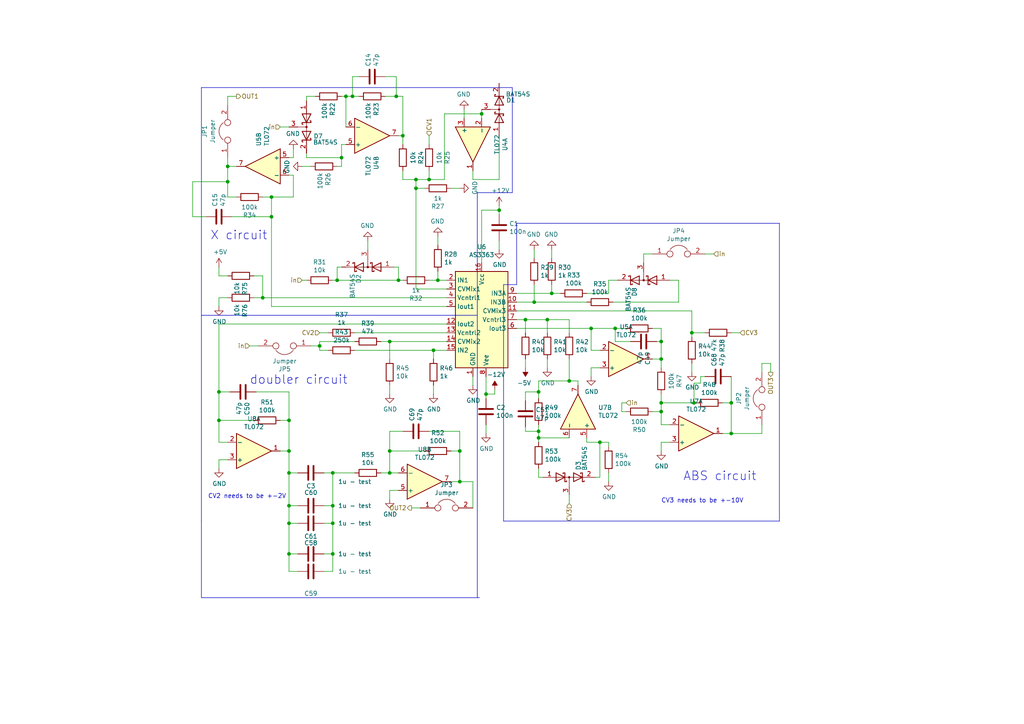
<source format=kicad_sch>
(kicad_sch (version 20231120) (generator "eeschema") (generator_version "8.0")
  (paper "A4")
  (lib_symbols
    (symbol "Amplifier_Operational:TL072" (pin_names (offset 0.127))
      (property "Reference" "U" (at 0 5.08 0))
      (property "Value" "TL072" (at 0 -5.08 0))
      (symbol "TL072_1_1"
        (polyline (pts (xy -5.08 5.08) (xy 5.08 0) (xy -5.08 -5.08) (xy -5.08 5.08)) (stroke (width 0.254)) (fill (type background)))
        (pin output line (at 7.62 0 180) (length 2.54) (name "~") (number "1"))
        (pin input line (at -7.62 -2.54 0) (length 2.54) (name "-") (number "2"))
        (pin input line (at -7.62 2.54 0) (length 2.54) (name "+") (number "3"))
      )
      (symbol "TL072_2_1"
        (polyline (pts (xy -5.08 5.08) (xy 5.08 0) (xy -5.08 -5.08) (xy -5.08 5.08)) (stroke (width 0.254)) (fill (type background)))
        (pin input line (at -7.62 2.54 0) (length 2.54) (name "+") (number "5"))
        (pin input line (at -7.62 -2.54 0) (length 2.54) (name "-") (number "6"))
        (pin output line (at 7.62 0 180) (length 2.54) (name "~") (number "7"))
      )
      (symbol "TL072_3_1"
        (pin power_in line (at -2.54 -7.62 90) (length 3.81) (name "V-") (number "4"))
        (pin power_in line (at -2.54 7.62 270) (length 3.81) (name "V+") (number "8"))
      )
    )
    (symbol "Device:C" (pin_numbers hide) (pin_names (offset 0.254))
      (property "Reference" "C" (at 0.635 2.54 0))
      (property "Value" "C" (at 0.635 -2.54 0))
      (symbol "C_0_1"
        (polyline (pts (xy -2.032 -0.762) (xy 2.032 -0.762)) (stroke (width 0.508)))
        (polyline (pts (xy -2.032 0.762) (xy 2.032 0.762)) (stroke (width 0.508)))
      )
      (symbol "C_1_1"
        (pin passive line (at 0 3.81 270) (length 2.794) (name "~") (number "1"))
        (pin passive line (at 0 -3.81 90) (length 2.794) (name "~") (number "2"))
      )
    )
    (symbol "Device:D_Schottky_Dual_Series_AKC" (pin_names (offset 0.762) hide)
      (property "Reference" "D" (at 1.27 -2.54 0))
      (property "Value" "D_Schottky_Dual_Series_AKC" (at 0 2.54 0))
      (symbol "D_Schottky_Dual_Series_AKC_0_1"
        (polyline (pts (xy -3.81 0) (xy 3.81 0)))
        (polyline (pts (xy 0 0) (xy 0 -2.54)))
        (polyline (pts (xy 6.35 0) (xy 7.62 0)))
        (polyline (pts (xy -1.27 -1.27) (xy -1.27 1.27) (xy -1.27 1.27)) (stroke (width 0.254)))
        (polyline (pts (xy 3.81 1.27) (xy 3.81 -1.27) (xy 3.81 -1.27)) (stroke (width 0.254)))
        (polyline (pts (xy -1.27 -1.27) (xy -0.762 -1.27) (xy -0.762 -1.016) (xy -0.762 -1.016)) (stroke (width 0.254)))
        (polyline (pts (xy 3.81 -1.27) (xy 4.318 -1.27) (xy 4.318 -1.016) (xy 4.318 -1.016)) (stroke (width 0.254)))
        (polyline (pts (xy 3.81 1.27) (xy 3.302 1.27) (xy 3.302 1.016) (xy 3.302 1.016)) (stroke (width 0.254)))
        (polyline (pts (xy -1.778 1.016) (xy -1.778 1.27) (xy -1.27 1.27) (xy -1.27 1.27) (xy -1.27 1.27)) (stroke (width 0.254)))
        (polyline (pts (xy -3.81 1.27) (xy -1.27 0) (xy -3.81 -1.27) (xy -3.81 1.27) (xy -3.81 1.27) (xy -3.81 1.27)) (stroke (width 0.254)))
        (polyline (pts (xy 1.27 1.27) (xy 3.81 0) (xy 1.27 -1.27) (xy 1.27 1.27) (xy 1.27 1.27) (xy 1.27 1.27)) (stroke (width 0.254)))
        (circle (center 0 0) (radius 0.254) (fill (type outline)))
        (pin passive line (at -7.62 0 0) (length 3.81) (name "A") (number "1"))
        (pin passive line (at 7.62 0 180) (length 3.81) (name "K") (number "2"))
        (pin passive line (at 0 -5.08 90) (length 2.54) (name "common") (number "3"))
      )
    )
    (symbol "Device:R" (pin_numbers hide) (pin_names (offset 0))
      (property "Reference" "R" (at 2.032 0 90))
      (property "Value" "R" (at 0 0 90))
      (symbol "R_0_1"
        (rectangle (start -1.016 -2.54) (end 1.016 2.54) (stroke (width 0.254)))
      )
      (symbol "R_1_1"
        (pin passive line (at 0 3.81 270) (length 1.27) (name "~") (number "1"))
        (pin passive line (at 0 -3.81 90) (length 1.27) (name "~") (number "2"))
      )
    )
    (symbol "custom_ICs:AS3363"
      (property "Reference" "U" (at -7.62 13.97 0))
      (property "Value" "AS3363" (at -7.62 -16.51 0))
      (symbol "AS3363_1_0"
        (pin power_in line (at -2.54 -17.78 90) (length 2.54) (name "GND") (number "1"))
        (pin power_in line (at 0 15.24 270) (length 2.54) (name "Vcc") (number "16"))
        (pin input line (at -10.16 10.16 0) (length 2.54) (name "IN1") (number "2"))
        (pin input line (at -10.16 7.62 0) (length 2.54) (name "CVMix1") (number "3"))
        (pin input line (at -10.16 5.08 0) (length 2.54) (name "Vcntrl1") (number "4"))
        (pin output line (at -10.16 2.54 0) (length 2.54) (name "Iout1") (number "5"))
      )
      (symbol "AS3363_1_1"
        (rectangle (start -7.62 12.7) (end 7.62 -15.24) (stroke (width 0.254)) (fill (type background)))
        (pin input line (at 10.16 3.81 180) (length 2.54) (name "IN3B") (number "10"))
        (pin input line (at 10.16 1.27 180) (length 2.54) (name "CVMix3") (number "11"))
        (pin output line (at -10.16 -2.54 0) (length 2.54) (name "Iout2") (number "12"))
        (pin input line (at -10.16 -5.08 0) (length 2.54) (name "Vcntrl2") (number "13"))
        (pin input line (at -10.16 -7.62 0) (length 2.54) (name "CVMix2") (number "14"))
        (pin input line (at -10.16 -10.16 0) (length 2.54) (name "IN2") (number "15"))
        (pin output line (at 10.16 -3.81 180) (length 2.54) (name "Iout3") (number "6"))
        (pin input line (at 10.16 -1.27 180) (length 2.54) (name "Vcntrl3") (number "7"))
        (pin power_in line (at 1.27 -17.78 90) (length 2.54) (name "Vee") (number "8"))
        (pin input line (at 10.16 6.35 180) (length 2.54) (name "IN3A") (number "9"))
      )
    )
    (symbol "power:+12V" (power) (pin_names (offset 0))
      (property "Value" "+12V" (at 0 3.556 0))
      (symbol "+12V_0_1"
        (polyline (pts (xy -0.762 1.27) (xy 0 2.54)))
        (polyline (pts (xy 0 0) (xy 0 2.54)))
        (polyline (pts (xy 0 2.54) (xy 0.762 1.27)))
      )
      (symbol "+12V_1_1"
        (pin power_in line (at 0 0 90) (length 0) hide (name "+12V") (number "1"))
      )
    )
    (symbol "power:+5V" (power) (pin_names (offset 0))
      (property "Value" "+5V" (at 0 3.556 0))
      (symbol "+5V_0_1"
        (polyline (pts (xy -0.762 1.27) (xy 0 2.54)))
        (polyline (pts (xy 0 0) (xy 0 2.54)))
        (polyline (pts (xy 0 2.54) (xy 0.762 1.27)))
      )
      (symbol "+5V_1_1"
        (pin power_in line (at 0 0 90) (length 0) hide (name "+5V") (number "1"))
      )
    )
    (symbol "power:-12V" (power) (pin_names (offset 0))
      (property "Value" "-12V" (at 0 3.81 0))
      (symbol "-12V_0_0"
        (pin power_in line (at 0 0 90) (length 0) hide (name "-12V") (number "1"))
      )
      (symbol "-12V_0_1"
        (polyline (pts (xy 0 0) (xy 0 1.27) (xy 0.762 1.27) (xy 0 2.54) (xy -0.762 1.27) (xy 0 1.27)) (fill (type outline)))
      )
    )
    (symbol "power:-5V" (power) (pin_names (offset 0))
      (property "Value" "-5V" (at 0 3.81 0))
      (symbol "-5V_0_0"
        (pin power_in line (at 0 0 90) (length 0) hide (name "-5V") (number "1"))
      )
      (symbol "-5V_0_1"
        (polyline (pts (xy 0 0) (xy 0 1.27) (xy 0.762 1.27) (xy 0 2.54) (xy -0.762 1.27) (xy 0 1.27)) (fill (type outline)))
      )
    )
    (symbol "power:GND" (power) (pin_names (offset 0))
      (property "Value" "GND" (at 0 -3.81 0))
      (symbol "GND_0_1"
        (polyline (pts (xy 0 0) (xy 0 -1.27) (xy 1.27 -1.27) (xy 0 -2.54) (xy -1.27 -1.27) (xy 0 -1.27)))
      )
      (symbol "GND_1_1"
        (pin power_in line (at 0 0 270) (length 0) hide (name "GND") (number "1"))
      )
    )
    (symbol "waveshaper_Marcin-rescue:Jumper-Device" (pin_names (offset 0.762) hide)
      (property "Reference" "JP" (at 0 3.81 0))
      (property "Value" "Jumper-Device" (at 0 -2.032 0))
      (symbol "Jumper-Device_0_1"
        (circle (center -2.54 0) (radius 0.889))
        (arc (start 2.5146 1.27) (mid 0.0078 2.5097) (end -2.4892 1.27))
        (circle (center 2.54 0) (radius 0.889))
        (pin passive line (at -7.62 0 0) (length 4.191) (name "1") (number "1"))
        (pin passive line (at 7.62 0 180) (length 4.191) (name "2") (number "2"))
      )
    )
  )
  (junction (at 100.33 27.94))
  (junction (at 124.46 52.07))
  (junction (at 113.03 99.06))
  (junction (at 191.77 99.06))
  (junction (at 152.4 92.71))
  (junction (at 120.65 54.61))
  (junction (at 78.74 57.15))
  (junction (at 139.7 33.02))
  (junction (at 158.75 92.71))
  (junction (at 83.82 160.655))
  (junction (at 212.09 116.84))
  (junction (at 156.21 127))
  (junction (at 66.04 52.705))
  (junction (at 96.52 146.685))
  (junction (at 83.82 151.765))
  (junction (at 115.57 81.28))
  (junction (at 156.21 125.095))
  (junction (at 63.5 121.92))
  (junction (at 92.71 100.33))
  (junction (at 212.09 125.73))
  (junction (at 83.82 130.81))
  (junction (at 133.35 130.81))
  (junction (at 165.1 110.49))
  (junction (at 178.435 95.25))
  (junction (at 76.2 86.36))
  (junction (at 156.21 113.665))
  (junction (at 127 81.28))
  (junction (at 114.935 27.94))
  (junction (at 83.82 146.685))
  (junction (at 113.03 137.16))
  (junction (at 97.79 81.28))
  (junction (at 99.06 45.72))
  (junction (at 63.5 113.665))
  (junction (at 116.84 39.37))
  (junction (at 83.82 137.16))
  (junction (at 160.02 85.09))
  (junction (at 191.77 104.14))
  (junction (at 191.77 116.84))
  (junction (at 191.77 119.38))
  (junction (at 83.82 121.92))
  (junction (at 200.66 96.52))
  (junction (at 144.78 60.96))
  (junction (at 102.235 27.94))
  (junction (at 78.74 62.865))
  (junction (at 96.52 137.16))
  (junction (at 96.52 160.655))
  (junction (at 66.04 48.26))
  (junction (at 113.03 130.81))
  (junction (at 173.99 128.27))
  (junction (at 201.295 116.84))
  (junction (at 133.35 139.7))
  (junction (at 171.45 95.25))
  (junction (at 125.73 101.6))
  (junction (at 154.94 87.63))
  (junction (at 140.97 114.3))
  (junction (at 96.52 151.765))
  (junction (at 120.65 52.07))
  (wire (pts (xy 204.47 109.22) (xy 203.2 109.22)))
  (wire (pts (xy 120.65 54.61) (xy 120.65 52.07)))
  (polyline (pts (xy 138.43 173.355) (xy 139.065 173.355)))
  (wire (pts (xy 152.4 125.095) (xy 156.21 125.095)))
  (wire (pts (xy 196.85 81.28) (xy 196.85 87.63)))
  (wire (pts (xy 63.5 86.36) (xy 66.04 86.36)))
  (wire (pts (xy 63.5 77.47) (xy 63.5 80.01)))
  (wire (pts (xy 66.04 27.94) (xy 66.04 30.48)))
  (wire (pts (xy 114.3 77.47) (xy 115.57 77.47)))
  (wire (pts (xy 55.88 62.865) (xy 55.88 52.705)))
  (wire (pts (xy 99.06 41.91) (xy 100.33 41.91)))
  (wire (pts (xy 152.4 116.205) (xy 152.4 113.665)))
  (wire (pts (xy 220.98 125.73) (xy 212.09 125.73)))
  (wire (pts (xy 133.35 125.095) (xy 133.35 130.81)))
  (wire (pts (xy 114.935 22.225) (xy 114.935 27.94)))
  (wire (pts (xy 191.77 106.68) (xy 191.77 104.14)))
  (wire (pts (xy 167.64 111.76) (xy 167.64 110.49)))
  (wire (pts (xy 156.21 127) (xy 156.21 128.27)))
  (wire (pts (xy 139.7 31.75) (xy 139.7 33.02)))
  (wire (pts (xy 134.62 31.75) (xy 134.62 34.29)))
  (wire (pts (xy 97.79 81.28) (xy 115.57 81.28)))
  (wire (pts (xy 120.65 83.82) (xy 120.65 54.61)))
  (wire (pts (xy 96.52 151.765) (xy 96.52 160.655)))
  (wire (pts (xy 124.46 125.095) (xy 133.35 125.095)))
  (wire (pts (xy 209.55 116.84) (xy 212.09 116.84)))
  (wire (pts (xy 212.09 116.84) (xy 212.09 125.73)))
  (wire (pts (xy 92.71 99.06) (xy 102.87 99.06)))
  (wire (pts (xy 156.21 123.19) (xy 156.21 125.095)))
  (wire (pts (xy 165.1 104.14) (xy 165.1 110.49)))
  (wire (pts (xy 140.97 125.73) (xy 140.97 123.19)))
  (wire (pts (xy 191.77 95.25) (xy 191.77 99.06)))
  (wire (pts (xy 127 81.28) (xy 129.54 81.28)))
  (wire (pts (xy 158.75 92.71) (xy 165.1 92.71)))
  (wire (pts (xy 125.73 114.3) (xy 125.73 111.76)))
  (wire (pts (xy 180.34 116.84) (xy 181.61 116.84)))
  (wire (pts (xy 66.04 52.705) (xy 66.04 48.26)))
  (wire (pts (xy 149.86 85.09) (xy 160.02 85.09)))
  (wire (pts (xy 178.435 95.25) (xy 181.61 95.25)))
  (wire (pts (xy 176.53 139.7) (xy 176.53 137.16)))
  (wire (pts (xy 191.77 119.38) (xy 191.77 116.84)))
  (polyline (pts (xy 148.59 55.88) (xy 138.43 55.88)))
  (wire (pts (xy 83.82 130.81) (xy 81.28 130.81)))
  (wire (pts (xy 96.52 81.28) (xy 97.79 81.28)))
  (wire (pts (xy 113.03 130.81) (xy 123.19 130.81)))
  (wire (pts (xy 200.66 96.52) (xy 200.66 90.17)))
  (wire (pts (xy 189.23 119.38) (xy 191.77 119.38)))
  (wire (pts (xy 156.21 115.57) (xy 156.21 113.665)))
  (wire (pts (xy 120.65 52.07) (xy 124.46 52.07)))
  (wire (pts (xy 76.2 86.36) (xy 73.66 86.36)))
  (wire (pts (xy 194.31 81.28) (xy 196.85 81.28)))
  (wire (pts (xy 139.7 33.02) (xy 128.905 33.02)))
  (wire (pts (xy 144.78 60.96) (xy 144.78 62.23)))
  (wire (pts (xy 116.84 41.91) (xy 116.84 39.37)))
  (wire (pts (xy 212.09 125.73) (xy 209.55 125.73)))
  (wire (pts (xy 96.52 137.16) (xy 102.87 137.16)))
  (polyline (pts (xy 226.06 64.77) (xy 149.86 64.77)))
  (wire (pts (xy 63.5 93.98) (xy 63.5 113.665)))
  (wire (pts (xy 104.14 27.94) (xy 102.235 27.94)))
  (polyline (pts (xy 146.05 151.13) (xy 226.06 151.13)))
  (wire (pts (xy 158.75 96.52) (xy 158.75 92.71)))
  (wire (pts (xy 133.35 130.81) (xy 133.35 139.7)))
  (wire (pts (xy 165.1 96.52) (xy 165.1 92.71)))
  (wire (pts (xy 186.69 73.66) (xy 186.69 76.2)))
  (wire (pts (xy 100.33 27.94) (xy 99.06 27.94)))
  (wire (pts (xy 191.77 104.14) (xy 189.23 104.14)))
  (wire (pts (xy 179.07 81.28) (xy 176.53 81.28)))
  (wire (pts (xy 137.16 147.32) (xy 137.16 139.7)))
  (polyline (pts (xy 58.42 151.13) (xy 58.42 173.355)))
  (wire (pts (xy 152.4 106.68) (xy 152.4 104.14)))
  (wire (pts (xy 130.81 130.81) (xy 133.35 130.81)))
  (wire (pts (xy 113.03 125.095) (xy 113.03 130.81)))
  (wire (pts (xy 92.71 100.33) (xy 92.71 99.06)))
  (wire (pts (xy 154.94 82.55) (xy 154.94 87.63)))
  (wire (pts (xy 93.98 165.735) (xy 96.52 165.735)))
  (wire (pts (xy 128.905 33.02) (xy 128.905 52.07)))
  (wire (pts (xy 116.84 52.07) (xy 116.84 49.53)))
  (wire (pts (xy 204.47 96.52) (xy 200.66 96.52)))
  (wire (pts (xy 170.18 85.09) (xy 176.53 85.09)))
  (wire (pts (xy 156.21 113.665) (xy 156.21 110.49)))
  (wire (pts (xy 171.45 95.25) (xy 178.435 95.25)))
  (polyline (pts (xy 58.42 25.4) (xy 148.59 25.4)))
  (wire (pts (xy 137.16 52.07) (xy 144.78 52.07)))
  (wire (pts (xy 115.57 137.16) (xy 113.03 137.16)))
  (wire (pts (xy 171.45 106.68) (xy 173.99 106.68)))
  (wire (pts (xy 88.9 44.45) (xy 88.9 45.72)))
  (wire (pts (xy 97.79 48.26) (xy 99.06 48.26)))
  (polyline (pts (xy 58.42 91.44) (xy 138.43 91.44)))
  (wire (pts (xy 220.98 123.19) (xy 220.98 125.73)))
  (wire (pts (xy 133.35 139.7) (xy 130.81 139.7)))
  (wire (pts (xy 83.82 130.81) (xy 83.82 137.16)))
  (wire (pts (xy 114.935 27.94) (xy 116.84 27.94)))
  (wire (pts (xy 83.82 160.655) (xy 83.82 165.735)))
  (wire (pts (xy 223.52 105.41) (xy 220.98 105.41)))
  (wire (pts (xy 200.66 105.41) (xy 200.66 107.95)))
  (wire (pts (xy 128.905 52.07) (xy 124.46 52.07)))
  (wire (pts (xy 191.77 99.06) (xy 191.77 104.14)))
  (wire (pts (xy 137.16 111.76) (xy 137.16 109.22)))
  (wire (pts (xy 176.53 129.54) (xy 176.53 128.27)))
  (wire (pts (xy 191.77 123.19) (xy 191.77 119.38)))
  (wire (pts (xy 85.09 43.18) (xy 85.09 45.72)))
  (wire (pts (xy 139.7 33.02) (xy 139.7 34.29)))
  (wire (pts (xy 173.99 138.43) (xy 173.99 128.27)))
  (wire (pts (xy 85.09 50.8) (xy 85.09 57.15)))
  (wire (pts (xy 200.66 97.79) (xy 200.66 96.52)))
  (wire (pts (xy 99.06 45.72) (xy 99.06 41.91)))
  (wire (pts (xy 93.98 137.16) (xy 96.52 137.16)))
  (wire (pts (xy 66.04 57.15) (xy 66.04 52.705)))
  (wire (pts (xy 113.03 99.06) (xy 129.54 99.06)))
  (wire (pts (xy 63.5 121.92) (xy 73.66 121.92)))
  (wire (pts (xy 139.7 60.96) (xy 139.7 76.2)))
  (wire (pts (xy 201.295 116.84) (xy 201.93 116.84)))
  (wire (pts (xy 170.18 128.27) (xy 170.18 127)))
  (wire (pts (xy 176.53 128.27) (xy 173.99 128.27)))
  (wire (pts (xy 63.5 88.9) (xy 63.5 86.36)))
  (wire (pts (xy 220.98 105.41) (xy 220.98 107.95)))
  (wire (pts (xy 207.01 73.66) (xy 204.47 73.66)))
  (wire (pts (xy 88.9 29.21) (xy 88.9 27.94)))
  (wire (pts (xy 120.65 52.07) (xy 116.84 52.07)))
  (wire (pts (xy 160.02 72.39) (xy 160.02 74.93)))
  (wire (pts (xy 152.4 96.52) (xy 152.4 92.71)))
  (wire (pts (xy 66.04 48.26) (xy 66.04 45.72)))
  (wire (pts (xy 152.4 123.825) (xy 152.4 125.095)))
  (wire (pts (xy 113.03 137.16) (xy 113.03 130.81)))
  (wire (pts (xy 111.76 27.94) (xy 114.935 27.94)))
  (polyline (pts (xy 148.59 25.4) (xy 148.59 55.88)))
  (wire (pts (xy 116.84 27.94) (xy 116.84 39.37)))
  (wire (pts (xy 96.52 160.655) (xy 96.52 165.735)))
  (wire (pts (xy 76.2 86.36) (xy 129.54 86.36)))
  (wire (pts (xy 191.77 128.27) (xy 194.31 128.27)))
  (wire (pts (xy 111.76 22.225) (xy 114.935 22.225)))
  (wire (pts (xy 158.75 106.68) (xy 158.75 104.14)))
  (wire (pts (xy 223.52 107.95) (xy 223.52 105.41)))
  (wire (pts (xy 157.48 138.43) (xy 156.21 138.43)))
  (wire (pts (xy 68.58 57.15) (xy 66.04 57.15)))
  (wire (pts (xy 63.5 135.89) (xy 63.5 133.35)))
  (wire (pts (xy 189.23 73.66) (xy 186.69 73.66)))
  (wire (pts (xy 81.28 121.92) (xy 83.82 121.92)))
  (wire (pts (xy 83.82 151.765) (xy 83.82 160.655)))
  (wire (pts (xy 149.86 92.71) (xy 152.4 92.71)))
  (wire (pts (xy 96.52 137.16) (xy 96.52 146.685)))
  (wire (pts (xy 124.46 52.07) (xy 124.46 49.53)))
  (wire (pts (xy 125.73 104.14) (xy 125.73 101.6)))
  (wire (pts (xy 191.77 130.81) (xy 191.77 128.27)))
  (wire (pts (xy 93.98 160.655) (xy 96.52 160.655)))
  (wire (pts (xy 63.5 113.665) (xy 63.5 121.92)))
  (wire (pts (xy 201.295 111.125) (xy 201.295 116.84)))
  (wire (pts (xy 173.99 128.27) (xy 170.18 128.27)))
  (wire (pts (xy 83.82 121.92) (xy 83.82 130.81)))
  (wire (pts (xy 110.49 137.16) (xy 113.03 137.16)))
  (wire (pts (xy 102.87 96.52) (xy 129.54 96.52)))
  (wire (pts (xy 93.98 146.685) (xy 96.52 146.685)))
  (wire (pts (xy 78.74 62.865) (xy 78.74 57.15)))
  (wire (pts (xy 63.5 113.665) (xy 66.675 113.665)))
  (polyline (pts (xy 58.42 25.4) (xy 58.42 151.13)))
  (wire (pts (xy 212.09 109.22) (xy 212.09 116.84)))
  (wire (pts (xy 140.97 115.57) (xy 140.97 114.3)))
  (wire (pts (xy 144.78 60.96) (xy 139.7 60.96)))
  (wire (pts (xy 165.1 110.49) (xy 167.64 110.49)))
  (wire (pts (xy 88.9 27.94) (xy 91.44 27.94)))
  (wire (pts (xy 170.18 87.63) (xy 154.94 87.63)))
  (wire (pts (xy 129.54 93.98) (xy 63.5 93.98)))
  (wire (pts (xy 113.03 142.24) (xy 115.57 142.24)))
  (wire (pts (xy 102.235 27.94) (xy 100.33 27.94)))
  (wire (pts (xy 154.94 87.63) (xy 149.86 87.63)))
  (wire (pts (xy 113.03 114.3) (xy 113.03 111.76)))
  (wire (pts (xy 144.78 72.39) (xy 144.78 69.85)))
  (wire (pts (xy 72.39 100.33) (xy 74.93 100.33)))
  (wire (pts (xy 93.98 151.765) (xy 96.52 151.765)))
  (wire (pts (xy 182.88 99.06) (xy 178.435 99.06)))
  (wire (pts (xy 83.82 151.765) (xy 86.36 151.765)))
  (wire (pts (xy 97.79 77.47) (xy 97.79 81.28)))
  (wire (pts (xy 92.71 101.6) (xy 92.71 100.33)))
  (wire (pts (xy 156.21 138.43) (xy 156.21 135.89)))
  (wire (pts (xy 87.63 48.26) (xy 90.17 48.26)))
  (polyline (pts (xy 226.06 151.13) (xy 226.06 64.77)))
  (wire (pts (xy 63.5 80.01) (xy 66.04 80.01)))
  (wire (pts (xy 76.2 80.01) (xy 76.2 86.36)))
  (wire (pts (xy 119.38 147.32) (xy 121.92 147.32)))
  (wire (pts (xy 115.57 39.37) (xy 116.84 39.37)))
  (wire (pts (xy 140.97 114.3) (xy 140.97 109.22)))
  (wire (pts (xy 143.51 114.3) (xy 143.51 113.03)))
  (wire (pts (xy 78.74 57.15) (xy 76.2 57.15)))
  (wire (pts (xy 133.35 54.61) (xy 130.81 54.61)))
  (wire (pts (xy 178.435 99.06) (xy 178.435 95.25)))
  (wire (pts (xy 190.5 99.06) (xy 191.77 99.06)))
  (wire (pts (xy 191.77 116.84) (xy 201.295 116.84)))
  (wire (pts (xy 66.04 128.27) (xy 63.5 128.27)))
  (wire (pts (xy 85.09 45.72) (xy 83.82 45.72)))
  (wire (pts (xy 180.34 119.38) (xy 180.34 116.84)))
  (wire (pts (xy 116.84 81.28) (xy 115.57 81.28)))
  (wire (pts (xy 133.35 139.7) (xy 137.16 139.7)))
  (wire (pts (xy 113.03 99.06) (xy 110.49 99.06)))
  (wire (pts (xy 124.46 41.91) (xy 124.46 39.37)))
  (wire (pts (xy 129.54 88.9) (xy 78.74 88.9)))
  (wire (pts (xy 191.77 114.3) (xy 191.77 116.84)))
  (polyline (pts (xy 138.43 151.13) (xy 138.43 173.355)))
  (wire (pts (xy 214.63 96.52) (xy 212.09 96.52)))
  (wire (pts (xy 113.03 144.78) (xy 113.03 142.24)))
  (wire (pts (xy 92.71 96.52) (xy 95.25 96.52)))
  (wire (pts (xy 165.1 146.05) (xy 165.1 143.51)))
  (wire (pts (xy 203.2 111.125) (xy 203.2 109.22)))
  (wire (pts (xy 181.61 119.38) (xy 180.34 119.38)))
  (wire (pts (xy 87.63 81.28) (xy 88.9 81.28)))
  (wire (pts (xy 63.5 128.27) (xy 63.5 121.92)))
  (wire (pts (xy 83.82 146.685) (xy 86.36 146.685)))
  (wire (pts (xy 137.16 49.53) (xy 137.16 52.07)))
  (polyline (pts (xy 138.43 173.355) (xy 58.42 173.355)))
  (polyline (pts (xy 149.86 64.77) (xy 149.86 82.55)))
  (wire (pts (xy 144.78 39.37) (xy 144.78 52.07)))
  (wire (pts (xy 86.36 165.735) (xy 83.82 165.735)))
  (wire (pts (xy 78.74 88.9) (xy 78.74 62.865)))
  (wire (pts (xy 99.06 48.26) (xy 99.06 45.72)))
  (wire (pts (xy 97.79 77.47) (xy 99.06 77.47)))
  (wire (pts (xy 113.03 104.14) (xy 113.03 99.06)))
  (wire (pts (xy 102.235 22.225) (xy 102.235 27.94)))
  (wire (pts (xy 106.68 72.39) (xy 106.68 69.85)))
  (wire (pts (xy 194.31 123.19) (xy 191.77 123.19)))
  (wire (pts (xy 116.84 125.095) (xy 113.03 125.095)))
  (wire (pts (xy 125.73 101.6) (xy 129.54 101.6)))
  (wire (pts (xy 189.23 95.25) (xy 191.77 95.25)))
  (wire (pts (xy 171.45 109.22) (xy 171.45 106.68)))
  (wire (pts (xy 59.69 62.865) (xy 55.88 62.865)))
  (wire (pts (xy 152.4 92.71) (xy 158.75 92.71)))
  (wire (pts (xy 83.82 137.16) (xy 86.36 137.16)))
  (wire (pts (xy 149.86 90.17) (xy 200.66 90.17)))
  (wire (pts (xy 144.78 59.69) (xy 144.78 60.96)))
  (wire (pts (xy 63.5 133.35) (xy 66.04 133.35)))
  (polyline (pts (xy 149.86 82.55) (xy 146.05 82.55)))
  (wire (pts (xy 83.82 146.685) (xy 83.82 151.765)))
  (wire (pts (xy 129.54 83.82) (xy 120.65 83.82)))
  (wire (pts (xy 171.45 101.6) (xy 171.45 95.25)))
  (wire (pts (xy 160.02 82.55) (xy 160.02 85.09)))
  (polyline (pts (xy 138.43 55.88) (xy 138.43 151.13)))
  (wire (pts (xy 81.28 36.83) (xy 83.82 36.83)))
  (polyline (pts (xy 146.05 82.55) (xy 146.05 151.13)))
  (wire (pts (xy 67.31 62.865) (xy 78.74 62.865)))
  (wire (pts (xy 125.73 101.6) (xy 102.87 101.6)))
  (wire (pts (xy 149.86 95.25) (xy 171.45 95.25)))
  (wire (pts (xy 201.295 111.125) (xy 203.2 111.125)))
  (wire (pts (xy 88.9 45.72) (xy 99.06 45.72)))
  (wire (pts (xy 152.4 113.665) (xy 156.21 113.665)))
  (wire (pts (xy 160.02 85.09) (xy 162.56 85.09)))
  (wire (pts (xy 90.17 100.33) (xy 92.71 100.33)))
  (wire (pts (xy 173.99 101.6) (xy 171.45 101.6)))
  (wire (pts (xy 92.71 101.6) (xy 95.25 101.6)))
  (wire (pts (xy 123.19 54.61) (xy 120.65 54.61)))
  (wire (pts (xy 104.14 22.225) (xy 102.235 22.225)))
  (wire (pts (xy 140.97 114.3) (xy 143.51 114.3)))
  (wire (pts (xy 177.8 87.63) (xy 196.85 87.63)))
  (wire (pts (xy 83.82 137.16) (xy 83.82 146.685)))
  (wire (pts (xy 172.72 138.43) (xy 173.99 138.43)))
  (wire (pts (xy 156.21 125.095) (xy 156.21 127)))
  (wire (pts (xy 83.82 113.665) (xy 83.82 121.92)))
  (wire (pts (xy 127 68.58) (xy 127 71.12)))
  (wire (pts (xy 83.82 50.8) (xy 85.09 50.8)))
  (wire (pts (xy 55.88 52.705) (xy 66.04 52.705)))
  (wire (pts (xy 127 78.74) (xy 127 81.28)))
  (wire (pts (xy 66.04 48.26) (xy 68.58 48.26)))
  (wire (pts (xy 176.53 81.28) (xy 176.53 85.09)))
  (wire (pts (xy 68.58 27.94) (xy 66.04 27.94)))
  (wire (pts (xy 83.82 160.655) (xy 86.36 160.655)))
  (wire (pts (xy 85.09 57.15) (xy 78.74 57.15)))
  (wire (pts (xy 74.295 113.665) (xy 83.82 113.665)))
  (wire (pts (xy 100.33 27.94) (xy 100.33 36.83)))
  (wire (pts (xy 156.21 127) (xy 165.1 127)))
  (wire (pts (xy 124.46 81.28) (xy 127 81.28)))
  (wire (pts (xy 73.66 80.01) (xy 76.2 80.01)))
  (wire (pts (xy 115.57 81.28) (xy 115.57 77.47)))
  (wire (pts (xy 156.21 110.49) (xy 165.1 110.49)))
  (wire (pts (xy 154.94 72.39) (xy 154.94 74.93)))
  (wire (pts (xy 96.52 146.685) (xy 96.52 151.765)))
  (text "CV3 needs to be +-10V" (at 191.77 146.05 0) (effects (font (size 1.27 1.27)) (justify left bottom)))
  (text "doubler circuit" (at 72.39 111.76 0) (effects (font (size 2.54 2.54)) (justify left bottom)))
  (text "X circuit" (at 60.96 69.85 0) (effects (font (size 2.54 2.54)) (justify left bottom)))
  (text "ABS circuit" (at 198.12 139.7 0) (effects (font (size 2.54 2.54)) (justify left bottom)))
  (text "CV2 needs to be +-2V" (at 60.325 144.78 0) (effects (font (size 1.27 1.27)) (justify left bottom)))
  (hierarchical_label "CV2" (shape input) (at 92.71 96.52 180))
  (hierarchical_label "OUT1" (shape output) (at 68.58 27.94 0))
  (hierarchical_label "in" (shape input) (at 207.01 73.66 0))
  (hierarchical_label "in" (shape input) (at 81.28 36.83 180))
  (hierarchical_label "CV3" (shape input) (at 214.63 96.52 0))
  (hierarchical_label "in" (shape input) (at 181.61 116.84 0))
  (hierarchical_label "OUT2" (shape output) (at 119.38 147.32 180))
  (hierarchical_label "in" (shape input) (at 87.63 81.28 180))
  (hierarchical_label "CV1" (shape input) (at 124.46 39.37 90))
  (hierarchical_label "CV3" (shape input) (at 165.1 146.05 270))
  (hierarchical_label "in" (shape input) (at 72.39 100.33 180))
  (hierarchical_label "OUT3" (shape output) (at 223.52 107.95 270))
  (symbol (lib_id "custom_ICs:AS3363") (at 139.7 91.44 0) (unit 1)
    (property "Reference" "U6" (at 139.7 71.6026 0))
    (property "Value" "AS3363" (at 139.7 73.914 0))
    (property "Footprint" "Package_SO:SOIC-16_3.9x9.9mm_P1.27mm" (effects (hide yes)))
    (property "Datasheet" "https://www.alfarzpp.lv/eng/sc/AS3363.pdf" (effects (hide yes)))
  )
  (symbol (lib_id "power:+12V") (at 144.78 59.69 0) (unit 1)
    (property "Reference" "#PWR0116" (effects (hide yes)))
    (property "Value" "+12V" (at 145.161 55.2958 0))
  )
  (symbol (lib_id "power:-12V") (at 143.51 113.03 0) (unit 1)
    (property "Reference" "#PWR0117" (effects (hide yes)))
    (property "Value" "-12V" (at 143.891 108.6358 0))
  )
  (symbol (lib_id "power:GND") (at 137.16 111.76 0) (unit 1)
    (property "Reference" "#PWR0118" (effects (hide yes)))
    (property "Value" "GND" (at 137.287 116.1542 0))
  )
  (symbol (lib_id "Device:C") (at 144.78 66.04 0) (unit 1)
    (property "Reference" "C1" (at 147.701 64.8716 0) (effects (justify left)))
    (property "Value" "100n" (at 147.701 67.183 0) (effects (justify left)))
    (property "Footprint" "Capacitor_SMD:C_0603_1608Metric" (effects (hide yes)))
  )
  (symbol (lib_id "Device:C") (at 140.97 119.38 0) (unit 1)
    (property "Reference" "C2" (at 143.891 118.2116 0) (effects (justify left)))
    (property "Value" "100n" (at 143.891 120.523 0) (effects (justify left)))
    (property "Footprint" "Capacitor_SMD:C_0603_1608Metric" (effects (hide yes)))
  )
  (symbol (lib_id "power:GND") (at 140.97 125.73 0) (unit 1)
    (property "Reference" "#PWR0119" (effects (hide yes)))
    (property "Value" "GND" (at 141.097 130.1242 0))
  )
  (symbol (lib_id "power:GND") (at 144.78 72.39 0) (unit 1)
    (property "Reference" "#PWR0120" (effects (hide yes)))
    (property "Value" "GND" (at 144.907 76.7842 0))
  )
  (symbol (lib_id "Device:R") (at 125.73 107.95 0) (unit 1)
    (property "Reference" "R46" (at 127.508 106.7816 0) (effects (justify left)))
    (property "Value" "1k" (at 127.508 109.093 0) (effects (justify left)))
    (property "Footprint" "Resistor_SMD:R_0603_1608Metric" (effects (hide yes)))
  )
  (symbol (lib_id "power:GND") (at 125.73 114.3 0) (unit 1)
    (property "Reference" "#PWR0121" (effects (hide yes)))
    (property "Value" "GND" (at 125.857 118.6942 0))
  )
  (symbol (lib_id "Device:R") (at 99.06 101.6 270) (unit 1)
    (property "Reference" "R43" (at 99.06 96.3422 90))
    (property "Value" "250k" (at 99.06 98.6536 90))
    (property "Footprint" "Resistor_SMD:R_0603_1608Metric" (effects (hide yes)))
  )
  (symbol (lib_id "Device:R") (at 99.06 96.52 90) (unit 1)
    (property "Reference" "R37" (at 99.06 91.2622 90))
    (property "Value" "1k" (at 99.06 93.5736 90))
    (property "Footprint" "Resistor_SMD:R_0603_1608Metric" (effects (hide yes)))
  )
  (symbol (lib_id "Device:R") (at 113.03 107.95 180) (unit 1)
    (property "Reference" "R45" (at 114.808 106.7816 0) (effects (justify right)))
    (property "Value" "10k" (at 114.808 109.093 0) (effects (justify right)))
    (property "Footprint" "Resistor_SMD:R_0603_1608Metric" (effects (hide yes)))
  )
  (symbol (lib_id "power:GND") (at 113.03 114.3 0) (unit 1)
    (property "Reference" "#PWR0122" (effects (hide yes)))
    (property "Value" "GND" (at 113.157 118.6942 0))
  )
  (symbol (lib_id "Device:R") (at 106.68 99.06 270) (unit 1)
    (property "Reference" "R39" (at 106.68 93.8022 90))
    (property "Value" "47k" (at 106.68 96.1136 90))
    (property "Footprint" "Resistor_SMD:R_0603_1608Metric" (effects (hide yes)))
  )
  (symbol (lib_id "Amplifier_Operational:TL072") (at 73.66 130.81 0) (mirror x) (unit 1)
    (property "Reference" "U8" (at 73.66 121.4882 0))
    (property "Value" "TL072" (at 73.66 123.7996 0))
    (property "Footprint" "Package_SO:SOIC-8_3.9x4.9mm_P1.27mm" (effects (hide yes)))
    (property "Datasheet" "http://www.ti.com/lit/ds/symlink/tl071.pdf" (effects (hide yes)))
  )
  (symbol (lib_id "Device:R") (at 77.47 121.92 270) (unit 1)
    (property "Reference" "R51" (at 77.47 116.6622 90))
    (property "Value" "100k" (at 77.47 118.9736 90))
    (property "Footprint" "Resistor_SMD:R_0603_1608Metric" (effects (hide yes)))
  )
  (symbol (lib_id "Device:R") (at 106.68 137.16 90) (unit 1)
    (property "Reference" "R55" (at 106.68 131.9022 90))
    (property "Value" "10k" (at 106.68 134.2136 90))
    (property "Footprint" "Resistor_SMD:R_0603_1608Metric" (effects (hide yes)))
  )
  (symbol (lib_id "power:GND") (at 63.5 135.89 0) (unit 1)
    (property "Reference" "#PWR0124" (effects (hide yes)))
    (property "Value" "GND" (at 63.627 140.2842 0))
  )
  (symbol (lib_id "Device:R") (at 127 130.81 270) (unit 1)
    (property "Reference" "R52" (at 127 125.5522 90))
    (property "Value" "100k" (at 127 127.8636 90))
    (property "Footprint" "Resistor_SMD:R_0603_1608Metric" (effects (hide yes)))
  )
  (symbol (lib_id "power:GND") (at 113.03 144.78 0) (unit 1)
    (property "Reference" "#PWR0125" (effects (hide yes)))
    (property "Value" "GND" (at 113.157 149.1742 0))
  )
  (symbol (lib_id "waveshaper_Marcin-rescue:Jumper-Device") (at 129.54 147.32 0) (unit 1)
    (property "Reference" "JP3" (at 129.54 140.6144 0))
    (property "Value" "Jumper" (at 129.54 142.9258 0))
    (property "Footprint" "Jumper:SolderJumper-2_P1.3mm_Open_RoundedPad1.0x1.5mm" (effects (hide yes)))
  )
  (symbol (lib_id "Device:R") (at 154.94 78.74 0) (unit 1)
    (property "Reference" "R29" (at 156.718 77.5716 0) (effects (justify left)))
    (property "Value" "1k" (at 156.718 79.883 0) (effects (justify left)))
    (property "Footprint" "Resistor_SMD:R_0603_1608Metric" (effects (hide yes)))
  )
  (symbol (lib_id "Device:R") (at 160.02 78.74 0) (unit 1)
    (property "Reference" "R30" (at 161.798 77.5716 0) (effects (justify left)))
    (property "Value" "1k" (at 161.798 79.883 0) (effects (justify left)))
    (property "Footprint" "Resistor_SMD:R_0603_1608Metric" (effects (hide yes)))
  )
  (symbol (lib_id "power:GND") (at 154.94 72.39 180) (unit 1)
    (property "Reference" "#PWR0126" (effects (hide yes)))
    (property "Value" "GND" (at 154.813 67.9958 0))
  )
  (symbol (lib_id "power:GND") (at 160.02 72.39 180) (unit 1)
    (property "Reference" "#PWR0127" (effects (hide yes)))
    (property "Value" "GND" (at 159.893 67.9958 0))
  )
  (symbol (lib_id "Device:R") (at 166.37 85.09 270) (unit 1)
    (property "Reference" "R33" (at 166.37 79.8322 90))
    (property "Value" "100k" (at 166.37 82.1436 90))
    (property "Footprint" "Resistor_SMD:R_0603_1608Metric" (effects (hide yes)))
  )
  (symbol (lib_id "Device:R") (at 173.99 87.63 270) (unit 1)
    (property "Reference" "R35" (at 173.99 82.3722 90))
    (property "Value" "100k" (at 173.99 84.6836 90))
    (property "Footprint" "Resistor_SMD:R_0603_1608Metric" (effects (hide yes)))
  )
  (symbol (lib_id "Amplifier_Operational:TL072") (at 181.61 104.14 0) (mirror x) (unit 1)
    (property "Reference" "U5" (at 181.61 94.8182 0))
    (property "Value" "TL072" (at 181.61 97.1296 0))
    (property "Footprint" "Package_SO:SOIC-8_3.9x4.9mm_P1.27mm" (effects (hide yes)))
    (property "Datasheet" "http://www.ti.com/lit/ds/symlink/tl071.pdf" (effects (hide yes)))
  )
  (symbol (lib_id "Device:R") (at 185.42 95.25 270) (unit 1)
    (property "Reference" "R36" (at 185.42 89.9922 90))
    (property "Value" "100k" (at 185.42 92.3036 90))
    (property "Footprint" "Resistor_SMD:R_0603_1608Metric" (effects (hide yes)))
  )
  (symbol (lib_id "power:GND") (at 171.45 109.22 0) (unit 1)
    (property "Reference" "#PWR0135" (effects (hide yes)))
    (property "Value" "GND" (at 171.577 113.6142 0))
  )
  (symbol (lib_id "waveshaper_Marcin-rescue:Jumper-Device") (at 220.98 115.57 90) (unit 1)
    (property "Reference" "JP2" (at 214.2744 115.57 0))
    (property "Value" "Jumper" (at 216.5858 115.57 0))
    (property "Footprint" "Jumper:SolderJumper-2_P1.3mm_Open_RoundedPad1.0x1.5mm" (effects (hide yes)))
  )
  (symbol (lib_id "Amplifier_Operational:TL072") (at 167.64 119.38 270) (mirror x) (unit 2)
    (property "Reference" "U7" (at 173.482 118.2116 90) (effects (justify left)))
    (property "Value" "TL072" (at 173.482 120.523 90) (effects (justify left)))
    (property "Footprint" "Package_SO:SOIC-8_3.9x4.9mm_P1.27mm" (effects (hide yes)))
    (property "Datasheet" "http://www.ti.com/lit/ds/symlink/tl071.pdf" (effects (hide yes)))
  )
  (symbol (lib_id "Device:R") (at 127 74.93 0) (unit 1)
    (property "Reference" "R28" (at 128.778 73.7616 0) (effects (justify left)))
    (property "Value" "1k" (at 128.778 76.073 0) (effects (justify left)))
    (property "Footprint" "Resistor_SMD:R_0603_1608Metric" (effects (hide yes)))
  )
  (symbol (lib_id "power:GND") (at 127 68.58 180) (unit 1)
    (property "Reference" "#PWR0129" (effects (hide yes)))
    (property "Value" "GND" (at 126.873 64.1858 0))
  )
  (symbol (lib_id "Device:R") (at 120.65 81.28 90) (unit 1)
    (property "Reference" "R32" (at 120.65 86.5378 90))
    (property "Value" "1k" (at 120.65 84.2264 90))
    (property "Footprint" "Resistor_SMD:R_0603_1608Metric" (effects (hide yes)))
  )
  (symbol (lib_id "Device:R") (at 176.53 133.35 0) (unit 1)
    (property "Reference" "R54" (at 178.308 132.1816 0) (effects (justify left)))
    (property "Value" "100k" (at 178.308 134.493 0) (effects (justify left)))
    (property "Footprint" "Resistor_SMD:R_0603_1608Metric" (effects (hide yes)))
  )
  (symbol (lib_id "Device:R") (at 156.21 119.38 0) (unit 1)
    (property "Reference" "R49" (at 157.988 118.2116 0) (effects (justify left)))
    (property "Value" "100k" (at 157.988 120.523 0) (effects (justify left)))
    (property "Footprint" "Resistor_SMD:R_0603_1608Metric" (effects (hide yes)))
  )
  (symbol (lib_id "Device:R") (at 156.21 132.08 0) (unit 1)
    (property "Reference" "R53" (at 157.988 130.9116 0) (effects (justify left)))
    (property "Value" "100k" (at 157.988 133.223 0) (effects (justify left)))
    (property "Footprint" "Resistor_SMD:R_0603_1608Metric" (effects (hide yes)))
  )
  (symbol (lib_id "power:GND") (at 176.53 139.7 0) (unit 1)
    (property "Reference" "#PWR0128" (effects (hide yes)))
    (property "Value" "GND" (at 176.657 144.0942 0))
  )
  (symbol (lib_id "Device:R") (at 92.71 81.28 90) (unit 1)
    (property "Reference" "R31" (at 92.71 76.0222 90))
    (property "Value" "10k" (at 92.71 78.3336 90))
    (property "Footprint" "Resistor_SMD:R_0603_1608Metric" (effects (hide yes)))
  )
  (symbol (lib_id "Amplifier_Operational:TL072") (at 123.19 139.7 0) (mirror x) (unit 2)
    (property "Reference" "U8" (at 123.19 130.3782 0))
    (property "Value" "TL072" (at 123.19 132.6896 0))
    (property "Footprint" "Package_SO:SOIC-8_3.9x4.9mm_P1.27mm" (effects (hide yes)))
    (property "Datasheet" "http://www.ti.com/lit/ds/symlink/tl071.pdf" (effects (hide yes)))
  )
  (symbol (lib_id "power:GND") (at 106.68 69.85 180) (unit 1)
    (property "Reference" "#PWR0130" (effects (hide yes)))
    (property "Value" "GND" (at 106.553 65.4558 0))
  )
  (symbol (lib_id "Amplifier_Operational:TL072") (at 137.16 41.91 90) (mirror x) (unit 1)
    (property "Reference" "U4" (at 146.4818 41.91 0))
    (property "Value" "TL072" (at 144.1704 41.91 0))
    (property "Footprint" "Package_SO:SOIC-8_3.9x4.9mm_P1.27mm" (effects (hide yes)))
    (property "Datasheet" "http://www.ti.com/lit/ds/symlink/tl071.pdf" (effects (hide yes)))
  )
  (symbol (lib_id "Device:R") (at 72.39 57.15 90) (unit 1)
    (property "Reference" "R34" (at 72.39 62.4078 90))
    (property "Value" "100k" (at 72.39 60.0964 90))
    (property "Footprint" "Resistor_SMD:R_0603_1608Metric" (effects (hide yes)))
  )
  (symbol (lib_id "power:GND") (at 85.09 43.18 180) (unit 1)
    (property "Reference" "#PWR0131" (effects (hide yes)))
    (property "Value" "GND" (at 84.963 38.7858 0))
  )
  (symbol (lib_id "waveshaper_Marcin-rescue:Jumper-Device") (at 66.04 38.1 90) (unit 1)
    (property "Reference" "JP1" (at 59.3344 38.1 0))
    (property "Value" "Jumper" (at 61.6458 38.1 0))
    (property "Footprint" "Jumper:SolderJumper-2_P1.3mm_Open_RoundedPad1.0x1.5mm" (effects (hide yes)))
  )
  (symbol (lib_id "Amplifier_Operational:TL072") (at 201.93 125.73 0) (mirror x) (unit 1)
    (property "Reference" "U7" (at 201.93 116.4082 0))
    (property "Value" "TL072" (at 201.93 118.7196 0))
    (property "Footprint" "Package_SO:SOIC-8_3.9x4.9mm_P1.27mm" (effects (hide yes)))
    (property "Datasheet" "http://www.ti.com/lit/ds/symlink/tl071.pdf" (effects (hide yes)))
  )
  (symbol (lib_id "Device:R") (at 205.74 116.84 270) (unit 1)
    (property "Reference" "R48" (at 205.74 111.5822 90))
    (property "Value" "100k" (at 205.74 113.8936 90))
    (property "Footprint" "Resistor_SMD:R_0603_1608Metric" (effects (hide yes)))
  )
  (symbol (lib_id "power:GND") (at 191.77 130.81 0) (unit 1)
    (property "Reference" "#PWR0136" (effects (hide yes)))
    (property "Value" "GND" (at 191.897 135.2042 0))
  )
  (symbol (lib_id "Device:R") (at 191.77 110.49 180) (unit 1)
    (property "Reference" "R47" (at 197.0278 110.49 90))
    (property "Value" "100k" (at 194.7164 110.49 90))
    (property "Footprint" "Resistor_SMD:R_0603_1608Metric" (effects (hide yes)))
  )
  (symbol (lib_id "Device:R") (at 185.42 119.38 90) (unit 1)
    (property "Reference" "R50" (at 185.42 124.6378 90))
    (property "Value" "100k" (at 185.42 122.3264 90))
    (property "Footprint" "Resistor_SMD:R_0603_1608Metric" (effects (hide yes)))
  )
  (symbol (lib_id "Device:R") (at 165.1 100.33 0) (unit 1)
    (property "Reference" "R42" (at 166.878 99.1616 0) (effects (justify left)))
    (property "Value" "10k" (at 166.878 101.473 0) (effects (justify left)))
    (property "Footprint" "Resistor_SMD:R_0603_1608Metric" (effects (hide yes)))
  )
  (symbol (lib_id "Device:R") (at 158.75 100.33 0) (unit 1)
    (property "Reference" "R41" (at 160.528 99.1616 0) (effects (justify left)))
    (property "Value" "10k" (at 160.528 101.473 0) (effects (justify left)))
    (property "Footprint" "Resistor_SMD:R_0603_1608Metric" (effects (hide yes)))
  )
  (symbol (lib_id "Device:R") (at 152.4 100.33 0) (unit 1)
    (property "Reference" "R40" (at 154.178 99.1616 0) (effects (justify left)))
    (property "Value" "10k" (at 154.178 101.473 0) (effects (justify left)))
    (property "Footprint" "Resistor_SMD:R_0603_1608Metric" (effects (hide yes)))
  )
  (symbol (lib_id "power:GND") (at 158.75 106.68 0) (unit 1)
    (property "Reference" "#PWR0137" (effects (hide yes)))
    (property "Value" "GND" (at 158.877 111.0742 0))
  )
  (symbol (lib_id "Amplifier_Operational:TL072") (at 107.95 39.37 0) (mirror x) (unit 2)
    (property "Reference" "U4" (at 109.1184 45.212 90) (effects (justify left)))
    (property "Value" "TL072" (at 106.807 45.212 90) (effects (justify left)))
    (property "Footprint" "Package_SO:SOIC-8_3.9x4.9mm_P1.27mm" (effects (hide yes)))
    (property "Datasheet" "http://www.ti.com/lit/ds/symlink/tl071.pdf" (effects (hide yes)))
  )
  (symbol (lib_id "power:GND") (at 133.35 54.61 90) (unit 1)
    (property "Reference" "#PWR0133" (effects (hide yes)))
    (property "Value" "GND" (at 137.7442 54.483 0))
  )
  (symbol (lib_id "Device:R") (at 93.98 48.26 270) (unit 1)
    (property "Reference" "R26" (at 95.1484 50.038 0) (effects (justify left)))
    (property "Value" "100k" (at 92.837 50.038 0) (effects (justify left)))
    (property "Footprint" "Resistor_SMD:R_0603_1608Metric" (effects (hide yes)))
  )
  (symbol (lib_id "Device:R") (at 107.95 27.94 270) (unit 1)
    (property "Reference" "R23" (at 109.1184 29.718 0) (effects (justify left)))
    (property "Value" "100k" (at 106.807 29.718 0) (effects (justify left)))
    (property "Footprint" "Resistor_SMD:R_0603_1608Metric" (effects (hide yes)))
  )
  (symbol (lib_id "Device:R") (at 95.25 27.94 270) (unit 1)
    (property "Reference" "R22" (at 96.4184 29.718 0) (effects (justify left)))
    (property "Value" "100k" (at 94.107 29.718 0) (effects (justify left)))
    (property "Footprint" "Resistor_SMD:R_0603_1608Metric" (effects (hide yes)))
  )
  (symbol (lib_id "power:GND") (at 87.63 48.26 270) (unit 1)
    (property "Reference" "#PWR0134" (effects (hide yes)))
    (property "Value" "GND" (at 83.2358 48.387 0))
  )
  (symbol (lib_id "power:-5V") (at 152.4 106.68 180) (unit 1)
    (property "Reference" "#PWR0138" (effects (hide yes)))
    (property "Value" "-5V" (at 152.019 111.0742 0))
  )
  (symbol (lib_id "Device:R") (at 200.66 101.6 0) (unit 1)
    (property "Reference" "R44" (at 202.438 100.4316 0) (effects (justify left)))
    (property "Value" "10k" (at 202.438 102.743 0) (effects (justify left)))
    (property "Footprint" "Resistor_SMD:R_0603_1608Metric" (effects (hide yes)))
  )
  (symbol (lib_id "power:GND") (at 200.66 107.95 0) (unit 1)
    (property "Reference" "#PWR0139" (effects (hide yes)))
    (property "Value" "GND" (at 200.787 112.3442 0))
  )
  (symbol (lib_id "Device:R") (at 116.84 45.72 180) (unit 1)
    (property "Reference" "R24" (at 122.0978 45.72 90))
    (property "Value" "10k" (at 119.7864 45.72 90))
    (property "Footprint" "Resistor_SMD:R_0603_1608Metric" (effects (hide yes)))
  )
  (symbol (lib_id "Device:R") (at 124.46 45.72 180) (unit 1)
    (property "Reference" "R25" (at 129.7178 45.72 90))
    (property "Value" "10k" (at 127.4064 45.72 90))
    (property "Footprint" "Resistor_SMD:R_0603_1608Metric" (effects (hide yes)))
  )
  (symbol (lib_id "Device:R") (at 127 54.61 90) (unit 1)
    (property "Reference" "R27" (at 127 59.8678 90))
    (property "Value" "1k" (at 127 57.5564 90))
    (property "Footprint" "Resistor_SMD:R_0603_1608Metric" (effects (hide yes)))
  )
  (symbol (lib_id "Device:R") (at 208.28 96.52 270) (unit 1)
    (property "Reference" "R38" (at 209.4484 98.298 0) (effects (justify left)))
    (property "Value" "47k" (at 207.137 98.298 0) (effects (justify left)))
    (property "Footprint" "Resistor_SMD:R_0603_1608Metric" (effects (hide yes)))
  )
  (symbol (lib_id "Amplifier_Operational:TL072") (at 76.2 48.26 0) (mirror y) (unit 2)
    (property "Reference" "U5" (at 75.0316 42.418 90) (effects (justify left)))
    (property "Value" "TL072" (at 77.343 42.418 90) (effects (justify left)))
    (property "Footprint" "Package_SO:SOIC-8_3.9x4.9mm_P1.27mm" (effects (hide yes)))
    (property "Datasheet" "http://www.ti.com/lit/ds/symlink/tl071.pdf" (effects (hide yes)))
  )
  (symbol (lib_id "power:GND") (at 134.62 31.75 180) (unit 1)
    (property "Reference" "#PWR0140" (effects (hide yes)))
    (property "Value" "GND" (at 134.493 27.3558 0))
  )
  (symbol (lib_id "Device:R") (at 69.85 86.36 270) (unit 1)
    (property "Reference" "R76" (at 71.0184 88.138 0) (effects (justify left)))
    (property "Value" "10k" (at 68.707 88.138 0) (effects (justify left)))
    (property "Footprint" "Resistor_SMD:R_0603_1608Metric" (effects (hide yes)))
  )
  (symbol (lib_id "Device:R") (at 69.85 80.01 270) (unit 1)
    (property "Reference" "R75" (at 71.0184 81.788 0) (effects (justify left)))
    (property "Value" "10k" (at 68.707 81.788 0) (effects (justify left)))
    (property "Footprint" "Resistor_SMD:R_0603_1608Metric" (effects (hide yes)))
  )
  (symbol (lib_id "power:GND") (at 63.5 88.9 0) (unit 1)
    (property "Reference" "#PWR0123" (effects (hide yes)))
    (property "Value" "GND" (at 63.627 93.2942 0))
  )
  (symbol (lib_id "power:+5V") (at 63.5 77.47 0) (unit 1)
    (property "Reference" "#PWR0132" (effects (hide yes)))
    (property "Value" "+5V" (at 63.881 73.0758 0))
  )
  (symbol (lib_id "waveshaper_Marcin-rescue:Jumper-Device") (at 196.85 73.66 0) (unit 1)
    (property "Reference" "JP4" (at 196.85 66.9544 0))
    (property "Value" "Jumper" (at 196.85 69.2658 0))
    (property "Footprint" "Jumper:SolderJumper-2_P1.3mm_Open_RoundedPad1.0x1.5mm" (effects (hide yes)))
  )
  (symbol (lib_id "waveshaper_Marcin-rescue:Jumper-Device") (at 82.55 100.33 180) (unit 1)
    (property "Reference" "JP5" (at 82.55 107.0356 0))
    (property "Value" "Jumper" (at 82.55 104.7242 0))
    (property "Footprint" "Jumper:SolderJumper-2_P1.3mm_Open_RoundedPad1.0x1.5mm" (effects (hide yes)))
  )
  (symbol (lib_id "Device:C") (at 63.5 62.865 90) (unit 1)
    (property "Reference" "C15" (at 62.3316 59.944 0) (effects (justify left)))
    (property "Value" "47p" (at 64.643 59.944 0) (effects (justify left)))
    (property "Footprint" "Capacitor_SMD:C_0603_1608Metric" (effects (hide yes)))
  )
  (symbol (lib_id "Device:D_Schottky_Dual_Series_AKC") (at 88.9 36.83 270) (unit 1)
    (property "Reference" "D7" (at 90.9319 39.5062 90) (effects (justify left)))
    (property "Value" "BAT54S" (at 90.805 41.275 90) (effects (justify left)))
    (property "Footprint" "Package_TO_SOT_SMD:SOT-23" (effects (hide yes)))
  )
  (symbol (lib_id "Device:C") (at 107.95 22.225 90) (unit 1)
    (property "Reference" "C14" (at 106.7816 19.304 0) (effects (justify left)))
    (property "Value" "47p" (at 109.093 19.304 0) (effects (justify left)))
    (property "Footprint" "Capacitor_SMD:C_0603_1608Metric" (effects (hide yes)))
  )
  (symbol (lib_id "Device:C") (at 70.485 113.665 270) (unit 1)
    (property "Reference" "C50" (at 71.6534 116.586 0) (effects (justify left)))
    (property "Value" "47p" (at 69.342 116.586 0) (effects (justify left)))
    (property "Footprint" "Capacitor_SMD:C_0603_1608Metric" (effects (hide yes)))
  )
  (symbol (lib_id "Device:D_Schottky_Dual_Series_AKC") (at 144.78 31.75 270) (mirror x) (unit 1)
    (property "Reference" "D1" (at 146.8119 29.0738 90) (effects (justify left)))
    (property "Value" "BAT54S" (at 146.685 27.305 90) (effects (justify left)))
    (property "Footprint" "Package_TO_SOT_SMD:SOT-23" (effects (hide yes)))
  )
  (symbol (lib_id "Device:C") (at 90.17 165.735 90) (unit 1)
    (property "Reference" "C59" (at 90.17 172.1358 90))
    (property "Value" "1u - test" (at 102.87 165.735 90))
    (property "Footprint" "Capacitor_SMD:C_1210_3225Metric" (effects (hide yes)))
  )
  (symbol (lib_id "Device:C") (at 208.28 109.22 90) (unit 1)
    (property "Reference" "C68" (at 207.1116 106.299 0) (effects (justify left)))
    (property "Value" "47p" (at 209.423 106.299 0) (effects (justify left)))
    (property "Footprint" "Capacitor_SMD:C_0603_1608Metric" (effects (hide yes)))
  )
  (symbol (lib_id "Device:C") (at 152.4 120.015 0) (unit 1)
    (property "Reference" "C51" (at 155.321 118.8466 0) (effects (justify left)))
    (property "Value" "47p" (at 155.321 121.158 0) (effects (justify left)))
    (property "Footprint" "Capacitor_SMD:C_0603_1608Metric" (effects (hide yes)))
  )
  (symbol (lib_id "Device:D_Schottky_Dual_Series_AKC") (at 106.68 77.47 180) (unit 1)
    (property "Reference" "D2" (at 104.0038 79.5019 90) (effects (justify left)))
    (property "Value" "BAT54S" (at 102.235 79.375 90) (effects (justify left)))
    (property "Footprint" "Package_TO_SOT_SMD:SOT-23" (effects (hide yes)))
  )
  (symbol (lib_id "Device:C") (at 120.65 125.095 90) (unit 1)
    (property "Reference" "C69" (at 119.4816 122.174 0) (effects (justify left)))
    (property "Value" "47p" (at 121.793 122.174 0) (effects (justify left)))
    (property "Footprint" "Capacitor_SMD:C_0603_1608Metric" (effects (hide yes)))
  )
  (symbol (lib_id "Device:D_Schottky_Dual_Series_AKC") (at 165.1 138.43 0) (unit 1)
    (property "Reference" "D3" (at 167.7762 136.3981 90) (effects (justify left)))
    (property "Value" "BAT54S" (at 169.545 136.525 90) (effects (justify left)))
    (property "Footprint" "Package_TO_SOT_SMD:SOT-23" (effects (hide yes)))
  )
  (symbol (lib_id "Device:C") (at 90.17 160.655 270) (unit 1)
    (property "Reference" "C58" (at 90.17 157.48 90))
    (property "Value" "1u - test" (at 102.87 160.655 90))
    (property "Footprint" "Capacitor_SMD:C_1210_3225Metric" (effects (hide yes)))
  )
  (symbol (lib_id "Device:C") (at 90.17 137.16 90) (unit 1)
    (property "Reference" "C3" (at 90.17 140.97 90))
    (property "Value" "1u - test" (at 102.87 139.7 90))
    (property "Footprint" "Capacitor_SMD:C_1210_3225Metric" (effects (hide yes)))
  )
  (symbol (lib_id "Device:C") (at 90.17 151.765 90) (unit 1)
    (property "Reference" "C61" (at 90.17 155.575 90))
    (property "Value" "1u - test" (at 102.87 151.765 90))
    (property "Footprint" "Capacitor_SMD:C_1210_3225Metric" (effects (hide yes)))
  )
  (symbol (lib_id "Device:C") (at 186.69 99.06 270) (unit 1)
    (property "Reference" "C49" (at 187.8584 101.981 0) (effects (justify left)))
    (property "Value" "47p" (at 185.547 101.981 0) (effects (justify left)))
    (property "Footprint" "Capacitor_SMD:C_0603_1608Metric" (effects (hide yes)))
  )
  (symbol (lib_id "Device:C") (at 90.17 146.685 270) (unit 1)
    (property "Reference" "C60" (at 90.17 142.875 90))
    (property "Value" "1u - test" (at 102.87 146.685 90))
    (property "Footprint" "Capacitor_SMD:C_1210_3225Metric" (effects (hide yes)))
  )
  (symbol (lib_id "Device:D_Schottky_Dual_Series_AKC") (at 186.69 81.28 180) (unit 1)
    (property "Reference" "D8" (at 184.0138 83.3119 90) (effects (justify left)))
    (property "Value" "BAT54S" (at 182.245 83.185 90) (effects (justify left)))
    (property "Footprint" "Package_TO_SOT_SMD:SOT-23" (effects (hide yes)))
  )
)
</source>
